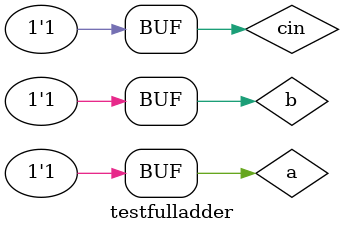
<source format=v>
module testfulladder;

	reg a, b, cin;
	wire cout;
	wire s;

	full_adder fa(s, cout, a, b, cin);
   
    initial begin
     $dumpfile("full_adder.vcd");
	   $dumpvars;
	   $display ("Full Adder test - dumped full_adder.vcd?");

       	  a = 0; b = 0; cin = 0;
       #5 a = 0; b = 0; cin = 1;
       #5 a = 0; b = 1; cin = 0;
       #5 a = 0; b = 1; cin = 1;
       #5 a = 1; b = 0; cin = 0;
       #5 a = 1; b = 0; cin = 1;       
       #5 a = 1; b = 1; cin = 0;
       #5 a = 1; b = 1; cin = 1;
    end
	
   initial begin
        $display ("Full adder test monitor");
        $monitor(,"T=%2t, a=%b, b=%b, cin=%b, sum=%b, cout=%b \n", $time, a, b, cin, s, cout);

        //Debugging monitor - Truth table:
        //$display (" | a | b | c | co | s |" );
        //$monitor(,"| %b | %b | %b | %b | %b |", a, b, cin, cout, s);

    end

endmodule

</source>
